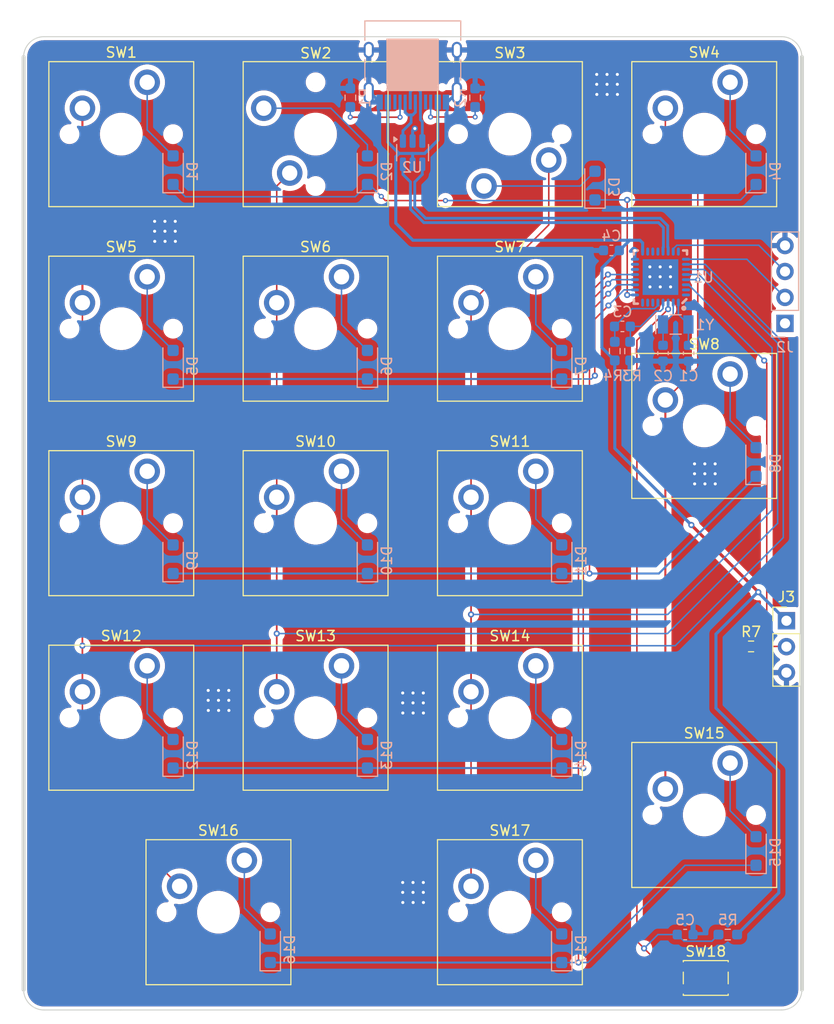
<source format=kicad_pcb>
(kicad_pcb (version 20240108) (generator "pcbnew") (generator_version "8.0")
  (layers (0 "F.Cu" signal) (31 "B.Cu" signal) (34 "B.Paste" user) (35 "F.Paste" user) (36 "B.SilkS" user "B.Silkscreen") (37 "F.SilkS" user "F.Silkscreen") (38 "B.Mask" user) (39 "F.Mask" user) (44 "Edge.Cuts" user))
  (net 0 "")
  (net 1 "COL0")
  (net 2 "COL1")
  (net 3 "COL2")
  (net 4 "COL3")
  (net 5 "ROW0")
  (net 6 "ROW1")
  (net 7 "ROW2")
  (net 8 "ROW3")
  (net 9 "ROW4")
  (net 10 "Net-(U1-VCCA)")
  (net 11 "Net-(U1-VSSA)")
  (net 12 "GND")
  (net 13 "Net-(U1-PC14-OSC32_IN)")
  (net 14 "Net-(U1-PC15-OSC32_OUT)")
  (net 15 "/NRST")
  (net 16 "/VCC")
  (net 17 "/SWCLK")
  (net 18 "/SWDIO")
  (net 19 "/DP")
  (net 20 "/DN")
  (net 21 "/BOOT0")
  (net 22 "/PB0")
  (net 32 "Net-(D1-A)")
  (net 33 "Net-(D2-A)")
  (net 34 "Net-(D3-A)")
  (net 35 "Net-(D4-A)")
  (net 36 "Net-(D5-A)")
  (net 37 "Net-(D6-A)")
  (net 38 "Net-(D7-A)")
  (net 39 "Net-(D8-A)")
  (net 40 "Net-(D9-A)")
  (net 41 "Net-(D10-A)")
  (net 42 "Net-(D11-A)")
  (net 43 "Net-(D12-A)")
  (net 44 "Net-(D13-A)")
  (net 45 "Net-(D14-A)")
  (net 46 "Net-(D15-A)")
  (net 47 "Net-(D16-A)")
  (net 48 "Net-(D17-A)")
  (net 49 "/D-")
  (net 50 "/D+")
  (net 51 "Net-(J1-CC2)")
  (net 52 "Net-(J1-CC1)")
  (net 56 "Net-(J3-Pin_2)")
  (footprint "PCM_Switch_Keyboard_Cherry_MX:SW_Cherry_MX_PCB_1.00u" (layer "F.Cu") (at 76.2 38.1 180)
    (property "Reference" "SW3")
    (property "Value" "SW_Push")
  )
  (footprint "PCM_Switch_Keyboard_Cherry_MX:SW_Cherry_MX_PCB_1.00u" (layer "F.Cu") (at 57.15 38.1 90)
    (property "Reference" "SW2")
    (property "Value" "SW_Push")
  )
  (footprint "PCM_Switch_Keyboard_Cherry_MX:SW_Cherry_MX_PCB_1.00u" (layer "F.Cu") (at 95.25 38.1)
    (property "Reference" "SW4")
    (property "Value" "SW_Push")
  )
  (footprint "PCM_Switch_Keyboard_Cherry_MX:SW_Cherry_MX_PCB_1.00u" (layer "F.Cu") (at 38.1 95.25)
    (property "Reference" "SW12")
    (property "Value" "SW_Push")
  )
  (footprint "PCM_Switch_Keyboard_Cherry_MX:SW_Cherry_MX_PCB_1.00u" (layer "F.Cu") (at 76.2 57.15)
    (property "Reference" "SW7")
    (property "Value" "SW_Push")
  )
  (footprint "PCM_Switch_Keyboard_Cherry_MX:SW_Cherry_MX_PCB_1.00u" (layer "F.Cu") (at 57.15 76.2)
    (property "Reference" "SW10")
    (property "Value" "SW_Push")
  )
  (footprint "PCM_Switch_Keyboard_Cherry_MX:SW_Cherry_MX_PCB_1.00u" (layer "F.Cu") (at 76.2 114.3)
    (property "Reference" "SW17")
    (property "Value" "SW_Push")
  )
  (footprint "PCM_Switch_Keyboard_Cherry_MX:SW_Cherry_MX_PCB_1.00u" (layer "F.Cu") (at 57.15 95.25)
    (property "Reference" "SW13")
    (property "Value" "SW_Push")
  )
  (footprint "Resistor_SMD:R_0603_1608Metric_Pad0.98x0.95mm_HandSolder" (layer "F.Cu") (at 99.8425 88.27)
    (property "Reference" "R7")
    (property "Value" "10K")
  )
  (footprint "PCM_Switch_Keyboard_Cherry_MX:SW_Cherry_MX_PCB_1.00u" (layer "F.Cu") (at 95.25 66.675)
    (property "Reference" "SW8")
    (property "Value" "SW_Push")
  )
  (footprint "Connector_PinHeader_2.54mm:PinHeader_1x03_P2.54mm_Vertical" (layer "F.Cu") (at 103.31 85.755)
    (property "Reference" "J3")
    (property "Value" "Conn_01x03")
  )
  (footprint "PCM_Switch_Keyboard_Cherry_MX:SW_Cherry_MX_PCB_1.00u" (layer "F.Cu") (at 57.15 57.15)
    (property "Reference" "SW6")
    (property "Value" "SW_Push")
  )
  (footprint "Button_Switch_SMD:SW_SPST_PTS810" (layer "F.Cu") (at 95.4 120.74)
    (property "Reference" "SW18")
    (property "Value" "SW_Push")
  )
  (footprint "PCM_Switch_Keyboard_Cherry_MX:SW_Cherry_MX_PCB_1.00u" (layer "F.Cu") (at 38.1 57.15)
    (property "Reference" "SW5")
    (property "Value" "SW_Push")
  )
  (footprint "PCM_Switch_Keyboard_Cherry_MX:SW_Cherry_MX_PCB_1.00u" (layer "F.Cu") (at 38.1 76.2)
    (property "Reference" "SW9")
    (property "Value" "SW_Push")
  )
  (footprint "PCM_Switch_Keyboard_Cherry_MX:SW_Cherry_MX_PCB_1.00u" (layer "F.Cu") (at 76.2 76.2)
    (property "Reference" "SW11")
    (property "Value" "SW_Push")
  )
  (footprint "PCM_Switch_Keyboard_Cherry_MX:SW_Cherry_MX_PCB_1.00u" (layer "F.Cu") (at 38.1 38.1)
    (property "Reference" "SW1")
    (property "Value" "SW_Push")
  )
  (footprint "PCM_Switch_Keyboard_Cherry_MX:SW_Cherry_MX_PCB_1.00u" (layer "F.Cu") (at 47.625 114.3)
    (property "Reference" "SW16")
    (property "Value" "SW_Push")
  )
  (footprint "PCM_Switch_Keyboard_Cherry_MX:SW_Cherry_MX_PCB_1.00u" (layer "F.Cu") (at 95.25 104.775)
    (property "Reference" "SW15")
    (property "Value" "SW_Push")
  )
  (footprint "PCM_Switch_Keyboard_Cherry_MX:SW_Cherry_MX_PCB_1.00u" (layer "F.Cu") (at 76.2 95.25)
    (property "Reference" "SW14")
    (property "Value" "SW_Push")
  )
  (footprint "Connector_PinHeader_2.54mm:PinHeader_1x04_P2.54mm_Vertical" (layer "B.Cu") (at 103.17 56.63)
    (property "Reference" "J2")
    (property "Value" "Conn_01x04")
  )
  (footprint "Crystal:Crystal_SMD_EuroQuartz_EQ161-2Pin_3.2x1.5mm" (layer "B.Cu") (at 92.45 56.74)
    (property "Reference" "Y1")
    (property "Value" "32768")
  )
  (footprint "PY32F071K1BU:QFN-32_L5.0-W5.0-P0.50-TL-EP3.5" (layer "B.Cu") (at 90.96 52.1 90)
    (property "Reference" "U1")
    (property "Value" "~")
  )
  (footprint "Diode_SMD:D_SOD-123F" (layer "B.Cu") (at 62.23 79.73 90)
    (property "Reference" "D10")
    (property "Value" "D")
  )
  (footprint "Resistor_SMD:R_0603_1608Metric_Pad0.98x0.95mm_HandSolder" (layer "B.Cu") (at 97.56 116.49 180)
    (property "Reference" "R5")
    (property "Value" "10K")
  )
  (footprint "Diode_SMD:D_SOD-123F" (layer "B.Cu") (at 81.28 117.83 90)
    (property "Reference" "D17")
    (property "Value" "D")
  )
  (footprint "Diode_SMD:D_SOD-123F" (layer "B.Cu") (at 43.18 98.78 90)
    (property "Reference" "D12")
    (property "Value" "D")
  )
  (footprint "Diode_SMD:D_SOD-123F" (layer "B.Cu") (at 62.23 98.78 90)
    (property "Reference" "D13")
    (property "Value" "D")
  )
  (footprint "Capacitor_SMD:C_0603_1608Metric" (layer "B.Cu") (at 93.38 116.49 180)
    (property "Reference" "C5")
    (property "Value" "100nf")
  )
  (footprint "Diode_SMD:D_SOD-123F" (layer "B.Cu") (at 62.23 41.63 90)
    (property "Reference" "D2")
    (property "Value" "D" (hide yes))
  )
  (footprint "Resistor_SMD:R_0603_1608Metric_Pad0.98x0.95mm_HandSolder" (layer "B.Cu") (at 86.48 59.35 -90)
    (property "Reference" "R4")
    (property "Value" "0R")
  )
  (footprint "Package_TO_SOT_SMD:SOT-23-6" (layer "B.Cu") (at 66.66 39.9125 -90)
    (property "Reference" "U2")
    (property "Value" "USBLC6-2SC6")
  )
  (footprint "Diode_SMD:D_SOD-123F" (layer "B.Cu") (at 81.28 98.78 90)
    (property "Reference" "D14")
    (property "Value" "D")
  )
  (footprint "Capacitor_SMD:C_0603_1608Metric" (layer "B.Cu") (at 87.23 56.93 180)
    (property "Reference" "C3")
    (property "Value" "100nf")
  )
  (footprint "Diode_SMD:D_SOD-123F" (layer "B.Cu") (at 62.23 60.68 90)
    (property "Reference" "D6")
    (property "Value" "D" (hide yes))
  )
  (footprint "Diode_SMD:D_SOD-123F" (layer "B.Cu") (at 43.18 79.73 90)
    (property "Reference" "D9")
    (property "Value" "D")
  )
  (footprint "Resistor_SMD:R_0603_1608Metric_Pad0.98x0.95mm_HandSolder" (layer "B.Cu") (at 60.56 34.53 90)
    (property "Reference" "R1")
    (property "Value" "5.1K")
  )
  (footprint "Diode_SMD:D_SOD-123F" (layer "B.Cu") (at 52.705 117.83 90)
    (property "Reference" "D16")
    (property "Value" "D")
  )
  (footprint "Resistor_SMD:R_0603_1608Metric_Pad0.98x0.95mm_HandSolder" (layer "B.Cu") (at 72.79 34.53 -90)
    (property "Reference" "R2")
    (property "Value" "5.1K")
  )
  (footprint "Capacitor_SMD:C_0603_1608Metric" (layer "B.Cu") (at 91.21 59.555 90)
    (property "Reference" "C2")
    (property "Value" "22pf")
  )
  (footprint "Diode_SMD:D_SOD-123F" (layer "B.Cu") (at 84.54 43.1375 90)
    (property "Reference" "D3")
    (property "Value" "D" (hide yes))
  )
  (footprint "Connector_USB:USB_C_Receptacle_HRO_TYPE-C-31-M-12" (layer "B.Cu") (at 66.68 30.91)
    (property "Reference" "J1" (hide yes))
    (property "Value" "USB_C_Receptacle_USB2.0_16P")
  )
  (footprint "Diode_SMD:D_SOD-123F" (layer "B.Cu") (at 100.33 41.63 90)
    (property "Reference" "D4")
    (property "Value" "D" (hide yes))
  )
  (footprint "Diode_SMD:D_SOD-123F" (layer "B.Cu") (at 100.33 108.305 90)
    (property "Reference" "D15")
    (property "Value" "D")
  )
  (footprint "Diode_SMD:D_SOD-123F" (layer "B.Cu") (at 100.33 70.205 90)
    (property "Reference" "D8")
    (property "Value" "D")
  )
  (footprint "Diode_SMD:D_SOD-123F" (layer "B.Cu") (at 43.18 41.63 90)
    (property "Reference" "D1")
    (property "Value" "D" (hide yes))
  )
  (footprint "Resistor_SMD:R_0603_1608Metric_Pad0.98x0.95mm_HandSolder" (layer "B.Cu") (at 87.98 59.35 -90)
    (property "Reference" "R3")
    (property "Value" "0R")
  )
  (footprint "Capacitor_SMD:C_0603_1608Metric" (layer "B.Cu") (at 93.72 59.56 90)
    (property "Reference" "C1")
    (property "Value" "22pf")
  )
  (footprint "Diode_SMD:D_SOD-123F" (layer "B.Cu") (at 43.18 60.68 90)
    (property "Reference" "D5")
    (property "Value" "D" (hide yes))
  )
  (footprint "Diode_SMD:D_SOD-123F" (layer "B.Cu") (at 81.28 79.73 90)
    (property "Reference" "D11")
    (property "Value" "D")
  )
  (footprint "Diode_SMD:D_SOD-123F" (layer "B.Cu") (at 81.28 60.68 90)
    (property "Reference" "D7")
    (property "Value" "D")
  )
  (footprint "Capacitor_SMD:C_0603_1608Metric" (layer "B.Cu") (at 86.15 49.49 180)
    (property "Reference" "C4")
    (property "Value" "100nf")
  )
  (gr_rect (start 64.16 28.81) (end 69.16 33.81) (stroke (width 0.15)) (fill solid) (layer "B.SilkS"))
  (gr_arc (start 28.525 30.554289) (mid 29.11079 29.140083) (end 30.525 28.554289) (stroke (width 0.1)) (layer "Edge.Cuts"))
  (gr_line (start 102.825 28.554289) (end 30.525 28.554289) (stroke (width 0.1)) (layer "Edge.Cuts"))
  (gr_line (start 102.825 123.875) (end 38.079289 123.875) (stroke (width 0.1)) (layer "Edge.Cuts"))
  (gr_line (start 38.079289 123.875) (end 30.525 123.875) (stroke (width 0.1)) (layer "Edge.Cuts"))
  (gr_line (start 104.825 30.554289) (end 104.825 121.875) (stroke (width 0.4)) (layer "Edge.Cuts"))
  (gr_line (start 28.525 121.875) (end 28.525 30.554289) (stroke (width 0.4)) (layer "Edge.Cuts"))
  (gr_arc (start 30.525 123.875) (mid 29.110786 123.289214) (end 28.525 121.875) (stroke (width 0.1)) (layer "Edge.Cuts"))
  (gr_arc (start 104.825 121.875) (mid 104.239214 123.289214) (end 102.825 123.875) (stroke (width 0.1)) (layer "Edge.Cuts"))
  (gr_arc (start 102.825 28.554289) (mid 104.239214 29.140075) (end 104.825 30.554289) (stroke (width 0.1)) (layer "Edge.Cuts"))
  (segment (start 34.29 54.61) (end 34.29 73.66) (width 0.15) (layer "F.Cu") (net 1))
  (segment (start 34.29 92.71) (end 34.29 102.235) (width 0.15) (layer "F.Cu") (net 1))
  (segment (start 34.29 73.66) (end 34.29 88.2) (width 0.15) (layer "F.Cu") (net 1))
  (segment (start 34.29 35.56) (end 34.29 54.61) (width 0.15) (layer "F.Cu") (net 1))
  (segment (start 34.29 102.235) (end 43.815 111.76) (width 0.15) (layer "F.Cu") (net 1))
  (segment (start 34.29 88.2) (end 34.29 92.71) (width 0.15) (layer "F.Cu") (net 1))
  (segment (start 34.29 73.66) (end 34.29 92.71) (width 0.15) (layer "F.Cu") (net 1))
  (segment (start 34.29 35.56) (end 34.29 54.61) (width 0.2) (layer "F.Cu") (net 1))
  (via (at 34.29 88.2) (size 0.6) (drill 0.3) (layers "F.Cu" "B.Cu") (net 1))
  (segment (start 92.41 88.2) (end 34.29 88.2) (width 0.15) (layer "B.Cu") (net 1))
  (segment (start 93.46 50.85) (end 95.34 50.85) (width 0.15) (layer "B.Cu") (net 1))
  (segment (start 95.34 50.85) (end 103 58.51) (width 0.15) (layer "B.Cu") (net 1))
  (segment (start 103 58.51) (end 103 77.61) (width 0.15) (layer "B.Cu") (net 1))
  (segment (start 103 77.61) (end 92.41 88.2) (width 0.15) (layer "B.Cu") (net 1))
  (segment (start 53.34 54.61) (end 53.34 73.66) (width 0.15) (layer "F.Cu") (net 2))
  (segment (start 53.34 87.01) (end 53.34 92.71) (width 0.15) (layer "F.Cu") (net 2))
  (segment (start 53.34 43.18) (end 54.61 41.91) (width 0.15) (layer "F.Cu") (net 2))
  (segment (start 53.34 54.61) (end 53.34 43.18) (width 0.15) (layer "F.Cu") (net 2))
  (segment (start 53.34 73.66) (end 53.34 87.01) (width 0.15) (layer "F.Cu") (net 2))
  (segment (start 53.34 73.66) (end 53.34 92.71) (width 0.15) (layer "F.Cu") (net 2))
  (via (at 53.34 87.01) (size 0.6) (drill 0.3) (layers "F.Cu" "B.Cu") (net 2))
  (segment (start 93.46 51.35) (end 95.24 51.35) (width 0.15) (layer "B.Cu") (net 2))
  (segment (start 102.45 58.56) (end 102.45 76.21) (width 0.15) (layer "B.Cu") (net 2))
  (segment (start 95.24 51.35) (end 102.45 58.56) (width 0.15) (layer "B.Cu") (net 2))
  (segment (start 102.45 76.21) (end 91.65 87.01) (width 0.15) (layer "B.Cu") (net 2))
  (segment (start 91.65 87.01) (end 53.34 87.01) (width 0.15) (layer "B.Cu") (net 2))
  (segment (start 72.39 73.66) (end 72.39 85.14) (width 0.15) (layer "F.Cu") (net 3))
  (segment (start 72.39 73.66) (end 72.39 92.71) (width 0.15) (layer "F.Cu") (net 3))
  (segment (start 80.01 46.99) (end 72.39 54.61) (width 0.15) (layer "F.Cu") (net 3))
  (segment (start 72.39 54.61) (end 72.39 73.66) (width 0.15) (layer "F.Cu") (net 3))
  (segment (start 72.39 85.14) (end 72.39 92.71) (width 0.15) (layer "F.Cu") (net 3))
  (segment (start 80.01 40.64) (end 80.01 46.99) (width 0.15) (layer "F.Cu") (net 3))
  (segment (start 72.39 92.71) (end 72.39 111.76) (width 0.15) (layer "F.Cu") (net 3))
  (via (at 72.39 85.14) (size 0.6) (drill 0.3) (layers "F.Cu" "B.Cu") (net 3))
  (segment (start 101.9 74.91) (end 91.67 85.14) (width 0.15) (layer "B.Cu") (net 3))
  (segment (start 93.46 51.85) (end 94.721041 51.85) (width 0.15) (layer "B.Cu") (net 3))
  (segment (start 101.9 59.028959) (end 101.9 74.91) (width 0.15) (layer "B.Cu") (net 3))
  (segment (start 91.67 85.14) (end 72.39 85.14) (width 0.15) (layer "B.Cu") (net 3))
  (segment (start 94.721041 51.85) (end 101.9 59.028959) (width 0.15) (layer "B.Cu") (net 3))
  (segment (start 94.62 52.35) (end 94.62 60.955) (width 0.15) (layer "F.Cu") (net 4))
  (segment (start 94.62 60.955) (end 91.44 64.135) (width 0.15) (layer "F.Cu") (net 4))
  (segment (start 94.62 42.12) (end 91.44 38.94) (width 0.15) (layer "F.Cu") (net 4))
  (segment (start 91.44 38.94) (end 91.44 35.56) (width 0.15) (layer "F.Cu") (net 4))
  (segment (start 91.44 64.135) (end 91.44 102.235) (width 0.2) (layer "F.Cu") (net 4))
  (segment (start 91.44 64.135) (end 91.44 102.235) (width 0.15) (layer "F.Cu") (net 4))
  (segment (start 94.62 52.35) (end 94.62 42.12) (width 0.15) (layer "F.Cu") (net 4))
  (via (at 94.62 52.35) (size 0.5) (drill 0.25) (layers "F.Cu" "B.Cu") (net 4))
  (segment (start 93.46 52.35) (end 94.62 52.35) (width 0.15) (layer "B.Cu") (net 4))
  (segment (start 87.7 44.5475) (end 87.69 44.5375) (width 0.15) (layer "F.Cu") (net 5))
  (segment (start 69.88 44.605) (end 63.995 44.605) (width 0.15) (layer "F.Cu") (net 5))
  (segment (start 87.7 53.85) (end 87.7 44.5475) (width 0.15) (layer "F.Cu") (net 5))
  (segment (start 63.995 44.605) (end 63.59 44.2) (width 0.15) (layer "F.Cu") (net 5))
  (via (at 87.7 53.85) (size 0.6) (drill 0.3) (layers "F.Cu" "B.Cu") (net 5))
  (via (at 69.88 44.605) (size 0.5) (drill 0.25) (layers "F.Cu" "B.Cu") (net 5))
  (via (at 63.59 44.2) (size 0.5) (drill 0.25) (layers "F.Cu" "B.Cu") (net 5))
  (via (at 87.69 44.5375) (size 0.6) (drill 0.3) (layers "F.Cu" "B.Cu") (net 5))
  (segment (start 62.42 43.03) (end 63.59 44.2) (width 0.15) (layer "B.Cu") (net 5))
  (segment (start 98.8225 44.5375) (end 100.33 43.03) (width 0.15) (layer "B.Cu") (net 5))
  (segment (start 61.03 44.23) (end 62.23 43.03) (width 0.15) (layer "B.Cu") (net 5))
  (segment (start 43.18 43.03) (end 44.38 44.23) (width 0.15) (layer "B.Cu") (net 5))
  (segment (start 62.23 43.03) (end 62.42 43.03) (width 0.15) (layer "B.Cu") (net 5))
  (segment (start 88.46 53.85) (end 87.7 53.85) (width 0.15) (layer "B.Cu") (net 5))
  (segment (start 84.4725 44.605) (end 84.54 44.5375) (width 0.15) (layer "B.Cu") (net 5))
  (segment (start 44.38 44.23) (end 61.03 44.23) (width 0.15) (layer "B.Cu") (net 5))
  (segment (start 84.54 44.5375) (end 87.69 44.5375) (width 0.15) (layer "B.Cu") (net 5))
  (segment (start 69.88 44.605) (end 84.4725 44.605) (width 0.15) (layer "B.Cu") (net 5))
  (segment (start 87.69 44.5375) (end 98.8225 44.5375) (width 0.15) (layer "B.Cu") (net 5))
  (segment (start 84.52 61.74) (end 84.52 56.22) (width 0.15) (layer "F.Cu") (net 6))
  (segment (start 84.52 56.22) (end 85.86 54.88) (width 0.15) (layer "F.Cu") (net 6))
  (segment (start 84.53 61.75) (end 84.52 61.74) (width 0.15) (layer "F.Cu") (net 6))
  (via (at 84.53 61.75) (size 0.6) (drill 0.3) (layers "F.Cu" "B.Cu") (net 6))
  (via (at 85.86 54.88) (size 0.6) (drill 0.3) (layers "F.Cu" "B.Cu") (net 6))
  (segment (start 84.19 62.08) (end 81.28 62.08) (width 0.15) (layer "B.Cu") (net 6))
  (segment (start 62.23 62.08) (end 81.28 62.08) (width 0.15) (layer "B.Cu") (net 6))
  (segment (start 88.46 53.35) (end 87.39 53.35) (width 0.15) (layer "B.Cu") (net 6))
  (segment (start 43.18 62.08) (end 62.23 62.08) (width 0.2) (layer "B.Cu") (net 6))
  (segment (start 43.18 62.08) (end 62.23 62.08) (width 0.15) (layer "B.Cu") (net 6))
  (segment (start 87.39 53.35) (end 85.86 54.88) (width 0.15) (layer "B.Cu") (net 6))
  (segment (start 62.23 62.08) (end 81.28 62.08) (width 0.2) (layer "B.Cu") (net 6))
  (segment (start 84.53 61.75) (end 84.52 61.75) (width 0.15) (layer "B.Cu") (net 6))
  (segment (start 84.52 61.75) (end 84.19 62.08) (width 0.15) (layer "B.Cu") (net 6))
  (segment (start 84 55.57) (end 84 81.13) (width 0.15) (layer "F.Cu") (net 7))
  (segment (start 85.84 53.73) (end 84 55.57) (width 0.15) (layer "F.Cu") (net 7))
  (via (at 85.84 53.73) (size 0.6) (drill 0.3) (layers "F.Cu" "B.Cu") (net 7))
  (via (at 84 81.13) (size 0.6) (drill 0.3) (layers "F.Cu" "B.Cu") (net 7))
  (segment (start 90.805 81.13) (end 100.33 71.605) (width 0.15) (layer "B.Cu") (net 7))
  (segment (start 90.805 81.13) (end 100.33 71.605) (width 0.2) (layer "B.Cu") (net 7))
  (segment (start 43.18 81.13) (end 62.23 81.13) (width 0.2) (layer "B.Cu") (net 7))
  (segment (start 43.18 81.13) (end 62.23 81.13) (width 0.15) (layer "B.Cu") (net 7))
  (segment (start 81.28 81.13) (end 90.805 81.13) (width 0.15) (layer "B.Cu") (net 7))
  (segment (start 62.23 81.13) (end 81.28 81.13) (width 0.15) (layer "B.Cu") (net 7))
  (segment (start 86.72 52.85) (end 85.84 53.73) (width 0.15) (layer "B.Cu") (net 7))
  (segment (start 62.23 81.13) (end 81.28 81.13) (width 0.2) (layer "B.Cu") (net 7))
  (segment (start 81.28 81.13) (end 84 81.13) (width 0.15) (layer "B.Cu") (net 7))
  (segment (start 88.46 52.85) (end 86.72 52.85) (width 0.15) (layer "B.Cu") (net 7))
  (segment (start 81.28 81.13) (end 90.805 81.13) (width 0.2) (layer "B.Cu") (net 7))
  (segment (start 84 81.13) (end 90.805 81.13) (width 0.15) (layer "B.Cu") (net 7))
  (segment (start 83.39 100.185) (end 83.395 100.19) (width 0.15) (layer "F.Cu") (net 8))
  (segment (start 85.83 52.75) (end 85.82 52.75) (width 0.15) (layer "F.Cu") (net 8))
  (segment (start 83.39 55.18) (end 83.39 100.185) (width 0.15) (layer "F.Cu") (net 8))
  (segment (start 85.82 52.75) (end 83.39 55.18) (width 0.15) (layer "F.Cu") (net 8))
  (via (at 83.395 100.19) (size 0.6) (drill 0.3) (layers "F.Cu" "B.Cu") (net 8))
  (via (at 85.83 52.75) (size 0.6) (drill 0.3) (layers "F.Cu" "B.Cu") (net 8))
  (segment (start 62.23 100.18) (end 81.28 100.18) (width 0.15) (layer "B.Cu") (net 8))
  (segment (start 83.395 100.19) (end 83.385 100.18) (width 0.15) (layer "B.Cu") (net 8))
  (segment (start 62.23 100.18) (end 81.28 100.18) (width 0.2) (layer "B.Cu") (net 8))
  (segment (start 43.18 100.18) (end 62.23 100.18) (width 0.2) (layer "B.Cu") (net 8))
  (segment (start 88.46 52.35) (end 86.23 52.35) (width 0.15) (layer "B.Cu") (net 8))
  (segment (start 83.385 100.18) (end 81.28 100.18) (width 0.15) (layer "B.Cu") (net 8))
  (segment (start 86.23 52.35) (end 85.83 52.75) (width 0.15) (layer "B.Cu") (net 8))
  (segment (start 43.18 100.18) (end 62.23 100.18) (width 0.15) (layer "B.Cu") (net 8))
  (segment (start 82.92 54.74) (end 85.81 51.85) (width 0.15) (layer "F.Cu") (net 9))
  (segment (start 82.92 119.23) (end 82.92 54.74) (width 0.15) (layer "F.Cu") (net 9))
  (via (at 82.92 119.23) (size 0.6) (drill 0.3) (layers "F.Cu" "B.Cu") (net 9))
  (via (at 85.81 51.85) (size 0.6) (drill 0.3) (layers "F.Cu" "B.Cu") (net 9))
  (segment (start 93.375 109.705) (end 100.33 109.705) (width 0.15) (layer "B.Cu") (net 9))
  (segment (start 82.92 119.23) (end 83.85 119.23) (width 0.15) (layer "B.Cu") (net 9))
  (segment (start 52.705 119.23) (end 81.28 119.23) (width 0.2) (layer "B.Cu") (net 9))
  (segment (start 83.85 119.23) (end 93.375 109.705) (width 0.15) (layer "B.Cu") (net 9))
  (segment (start 81.28 119.23) (end 82.92 119.23) (width 0.15) (layer "B.Cu") (net 9))
  (segment (start 52.705 119.23) (end 81.28 119.23) (width 0.15) (layer "B.Cu") (net 9))
  (segment (start 88.46 51.85) (end 85.81 51.85) (width 0.15) (layer "B.Cu") (net 9))
  (segment (start 86.48 56.955) (end 86.455 56.93) (width 0.15) (layer "B.Cu") (net 10))
  (segment (start 86.48 58.4375) (end 86.48 56.955) (width 0.15) (layer "B.Cu") (net 10))
  (segment (start 90.71 54.87) (end 90.39 55.19) (width 0.15) (layer "B.Cu") (net 10))
  (segment (start 90.39 55.19) (end 88.195 55.19) (width 0.15) (layer "B.Cu") (net 10))
  (segment (start 88.195 55.19) (end 86.455 56.93) (width 0.15) (layer "B.Cu") (net 10))
  (segment (start 90.71 54.6) (end 90.71 54.87) (width 0.15) (layer "B.Cu") (net 10))
  (segment (start 89.003554 56.93) (end 90.493554 55.44) (width 0.15) (layer "B.Cu") (net 11))
  (segment (start 88.005 56.93) (end 88.005 58.4125) (width 0.15) (layer "B.Cu") (net 11))
  (segment (start 88.005 58.4125) (end 87.98 58.4375) (width 0.15) (layer "B.Cu") (net 11))
  (segment (start 90.493554 55.44) (end 90.96 55.44) (width 0.15) (layer "B.Cu") (net 11))
  (segment (start 91.21 55.19) (end 90.96 55.44) (width 0.15) (layer "B.Cu") (net 11))
  (segment (start 91.21 54.6) (end 91.21 55.19) (width 0.15) (layer "B.Cu") (net 11))
  (segment (start 88.005 56.93) (end 89.003554 56.93) (width 0.15) (layer "B.Cu") (net 11))
  (via (at 65.69 92.83) (size 0.6) (drill 0.3) (layers "F.Cu" "B.Cu") (net 12))
  (via (at 86.74 34.21) (size 0.6) (drill 0.3) (layers "F.Cu" "B.Cu") (net 12))
  (via (at 66.7 92.83) (size 0.6) (drill 0.3) (layers "F.Cu" "B.Cu") (net 12))
  (via (at 89.92 52.07) (size 0.6) (drill 0.3) (layers "F.Cu" "B.Cu") (net 12))
  (via (at 91.95 53.06) (size 0.6) (drill 0.3) (layers "F.Cu" "B.Cu") (net 12))
  (via (at 86.73 33.22) (size 0.6) (drill 0.3) (layers "F.Cu" "B.Cu") (net 12))
  (via (at 46.62 93.55) (size 0.6) (drill 0.3) (layers "F.Cu" "B.Cu") (net 12))
  (via (at 47.63 92.58) (size 0.6) (drill 0.3) (layers "F.Cu" "B.Cu") (net 12))
  (via (at 94.3 71.36) (size 0.6) (drill 0.3) (layers "F.Cu" "B.Cu") (net 12))
  (via (at 42.39 48.6) (size 0.6) (drill 0.3) (layers "F.Cu" "B.Cu") (net 12))
  (via (at 66.71 94.79) (size 0.6) (drill 0.3) (layers "F.Cu" "B.Cu") (net 12))
  (via (at 48.64 92.58) (size 0.6) (drill 0.3) (layers "F.Cu" "B.Cu") (net 12))
  (via (at 42.38 46.64) (size 0.6) (drill 0.3) (layers "F.Cu" "B.Cu") (net 12))
  (via (at 88.46 49.5) (size 0.6) (drill 0.3) (layers "F.Cu" "B.Cu") (net 12))
  (via (at 67.71 93.8) (size 0.6) (drill 0.3) (layers "F.Cu" "B.Cu") (net 12))
  (via (at 94.3 70.39) (size 0.6) (drill 0.3) (layers "F.Cu" "B.Cu") (net 12))
  (via (at 43.4 48.6) (size 0.6) (drill 0.3) (layers "F.Cu" "B.Cu") (net 12))
  (via (at 96.33 72.35) (size 0.6) (drill 0.3) (layers "F.Cu" "B.Cu") (net 12))
  (via (at 43.39 46.64) (size 0.6) (drill 0.3) (layers "F.Cu" "B.Cu") (net 12))
  (via (at 86.73 32.25) (size 0.6) (drill 0.3) (layers "F.Cu" "B.Cu") (net 12))
  (via (at 84.71 33.22) (size 0.6) (drill 0.3) (layers "F.Cu" "B.Cu") (net 12))
  (via (at 67.72 113.35) (size 0.6) (drill 0.3) (layers "F.Cu" "B.Cu") (net 12))
  (via (at 84.71 32.25) (size 0.6) (drill 0.3) (layers "F.Cu" "B.Cu") (net 12))
  (via (at 65.7 113.35) (size 0.6) (drill 0.3) (layers "F.Cu" "B.Cu") (net 12))
  (via (at 47.64 94.54) (size 0.6) (drill 0.3) (layers "F.Cu" "B.Cu") (net 12))
  (via (at 65.69 93.8) (size 0.6) (drill 0.3) (layers "F.Cu" "B.Cu") (net 12))
  (via (at 41.37 46.64) (size 0.6) (drill 0.3) (layers "F.Cu" "B.Cu") (net 12))
  (via (at 85.72 33.22) (size 0.6) (drill 0.3) (layers "F.Cu" "B.Cu") (net 12))
  (via (at 48.65 94.54) (size 0.6) (drill 0.3) (layers "F.Cu" "B.Cu") (net 12))
  (via (at 43.39 47.61) (size 0.6) (drill 0.3) (layers "F.Cu" "B.Cu") (net 12))
  (via (at 67.71 92.83) (size 0.6) (drill 0.3) (layers "F.Cu" "B.Cu") (net 12))
  (via (at 94.31 72.35) (size 0.6) (drill 0.3) (layers "F.Cu" "B.Cu") (net 12))
  (via (at 85.72 32.25) (size 0.6) (drill 0.3) (layers "F.Cu" "B.Cu") (net 12))
  (via (at 96.32 70.39) (size 0.6) (drill 0.3) (layers "F.Cu" "B.Cu") (net 12))
  (via (at 42.38 47.61) (size 0.6) (drill 0.3) (layers "F.Cu" "B.Cu") (net 12))
  (via (at 67.71 111.39) (size 0.6) (drill 0.3) (layers "F.Cu" "B.Cu") (net 12))
  (via (at 46.63 94.54) (size 0.6) (drill 0.3) (layers "F.Cu" "B.Cu") (net 12))
  (via (at 41.37 47.61) (size 0.6) (drill 0.3) (layers "F.Cu" "B.Cu") (net 12))
  (via (at 90.93 52.07) (size 0.6) (drill 0.3) (layers "F.Cu" "B.Cu") (net 12))
  (via (at 66.7 112.36) (size 0.6) (drill 0.3) (layers "F.Cu" "B.Cu") (net 12))
  (via (at 91.94 51.1) (size 0.6) (drill 0.3) (layers "F.Cu" "B.Cu") (net 12))
  (via (at 65.7 94.79) (size 0.6) (drill 0.3) (layers "F.Cu" "B.Cu") (net 12))
  (via (at 46.62 92.58) (size 0.6) (drill 0.3) (layers "F.Cu" "B.Cu") (net 12))
  (via (at 84.72 34.21) (size 0.6) (drill 0.3) (layers "F.Cu" "B.Cu") (net 12))
  (via (at 41.38 48.6) (size 0.6) (drill 0.3) (layers "F.Cu" "B.Cu") (net 12))
  (via (at 67.72 94.79) (size 0.6) (drill 0.3) (layers "F.Cu" "B.Cu") (net 12))
  (via (at 90.93 51.1) (size 0.6) (drill 0.3) (layers "F.Cu" "B.Cu") (net 12))
  (via (at 67.71 112.36) (size 0.6) (drill 0.3) (layers "F.Cu" "B.Cu") (net 12))
  (via (at 47.63 93.55) (size 0.6) (drill 0.3) (layers "F.Cu" "B.Cu") (net 12))
  (via (at 66.88 37.55) (size 0.6) (drill 0.3) (layers "F.Cu" "B.Cu") (net 12))
  (via (at 89.93 53.06) (size 0.6) (drill 0.3) (layers "F.Cu" "B.Cu") (net 12))
  (via (at 65.69 111.39) (size 0.6) (drill 0.3) (layers "F.Cu" "B.Cu") (net 12))
  (via (at 91.94 52.07) (size 0.6) (drill 0.3) (layers "F.Cu" "B.Cu") (net 12))
  (via (at 66.71 113.35) (size 0.6) (drill 0.3) (layers "F.Cu" "B.Cu") (net 12))
  (via (at 96.32 71.36) (size 0.6) (drill 0.3) (layers "F.Cu" "B.Cu") (net 12))
  (via (at 85.73 34.21) (size 0.6) (drill 0.3) (layers "F.Cu" "B.Cu") (net 12))
  (via (at 66.7 111.39) (size 0.6) (drill 0.3) (layers "F.Cu" "B.Cu") (net 12))
  (via (at 95.31 71.36) (size 0.6) (drill 0.3) (layers "F.Cu" "B.Cu") (net 12))
  (via (at 48.64 93.55) (size 0.6) (drill 0.3) (layers "F.Cu" "B.Cu") (net 12))
  (via (at 90.94 53.06) (size 0.6) (drill 0.3) (layers "F.Cu" "B.Cu") (net 12))
  (via (at 65.69 112.36) (size 0.6) (drill 0.3) (layers "F.Cu" "B.Cu") (net 12))
  (via (at 95.32 72.35) (size 0.6) (drill 0.3) (layers "F.Cu" "B.Cu") (net 12))
  (via (at 95.31 70.39) (size 0.6) (drill 0.3) (layers "F.Cu" "B.Cu") (net 12))
  (via (at 66.7 93.8) (size 0.6) (drill 0.3) (layers "F.Cu" "B.Cu") (net 12))
  (via (at 89.92 51.1) (size 0.6) (drill 0.3) (layers "F.Cu" "B.Cu") (net 12))
  (segment (start 88.46 50.35) (end 88.46 49.5) (width 0.3) (layer "B.Cu") (net 12))
  (segment (start 62.36 34.04) (end 62.515 34.04) (width 0.3) (layer "B.Cu") (net 12))
  (segment (start 69.93 34.955) (end 70.085 34.955) (width 0.3) (layer "B.Cu") (net 12))
  (segment (start 66.66 37.77) (end 66.88 37.55) (width 0.3) (layer "B.Cu") (net 12))
  (segment (start 62.515 34.04) (end 63.43 34.955) (width 0.3) (layer "B.Cu") (net 12))
  (segment (start 66.66 38.775) (end 66.66 37.77) (width 0.3) (layer "B.Cu") (net 12))
  (segment (start 70.085 34.955) (end 71 34.04) (width 0.3) (layer "B.Cu") (net 12))
  (segment (start 93.7 56.74) (end 93.7 58.765) (width 0.15) (layer "B.Cu") (net 13))
  (segment (start 93.7 58.765) (end 93.72 58.785) (width 0.15) (layer "B.Cu") (net 13))
  (segment (start 92.71 55.75) (end 93.7 56.74) (width 0.15) (layer "B.Cu") (net 13))
  (segment (start 92.71 54.6) (end 92.71 55.75) (width 0.15) (layer "B.Cu") (net 13))
  (segment (start 92.21 55.73) (end 91.2 56.74) (width 0.15) (layer "B.Cu") (net 14))
  (segment (start 92.21 54.6) (end 92.21 55.73) (width 0.15) (layer "B.Cu") (net 14))
  (segment (start 91.21 56.75) (end 91.2 56.74) (width 0.15) (layer "B.Cu") (net 14))
  (segment (start 91.21 58.78) (end 91.21 56.75) (width 0.15) (layer "B.Cu") (net 14))
  (segment (start 93.325 121.815) (end 97.475 121.815) (width 0.15) (layer "F.Cu") (net 15))
  (segment (start 88.65 117.14) (end 89.355 117.845) (width 0.15) (layer "F.Cu") (net 15))
  (segment (start 88.65 58.3) (end 88.65 117.14) (width 0.15) (layer "F.Cu") (net 15))
  (segment (start 89.355 117.845) (end 93.325 121.815) (width 0.15) (layer "F.Cu") (net 15))
  (segment (start 91.71 55.24) (end 88.65 58.3) (width 0.15) (layer "F.Cu") (net 15))
  (via (at 89.355 117.845) (size 0.6) (drill 0.3) (layers "F.Cu" "B.Cu") (net 15))
  (via (at 91.71 55.24) (size 0.6) (drill 0.3) (layers "F.Cu" "B.Cu") (net 15))
  (segment (start 93.255 117.14) (end 95.9975 117.14) (width 0.15) (layer "B.Cu") (net 15))
  (segment (start 90.71 116.49) (end 89.355 117.845) (width 0.15) (layer "B.Cu") (net 15))
  (segment (start 91.71 54.6) (end 91.71 55.24) (width 0.15) (layer "B.Cu") (net 15))
  (segment (start 95.9975 117.14) (end 96.6475 116.49) (width 0.15) (layer "B.Cu") (net 15))
  (segment (start 92.605 116.49) (end 90.71 116.49) (width 0.15) (layer "B.Cu") (net 15))
  (segment (start 92.605 116.49) (end 93.255 117.14) (width 0.15) (layer "B.Cu") (net 15))
  (segment (start 93.99 76.38) (end 100.55 82.94) (width 0.3) (layer "F.Cu") (net 16))
  (segment (start 100.55 82.94) (end 100.55 82.96) (width 0.3) (layer "F.Cu") (net 16))
  (via (at 100.55 82.96) (size 0.6) (drill 0.3) (layers "F.Cu" "B.Cu") (net 16))
  (via (at 93.99 76.38) (size 0.6) (drill 0.3) (layers "F.Cu" "B.Cu") (net 16))
  (segment (start 86.925 49.49) (end 86.95 49.49) (width 0.3) (layer "B.Cu") (net 16))
  (segment (start 85.22 59.0025) (end 85.22 51.195) (width 0.3) (layer "B.Cu") (net 16))
  (segment (start 67.841974 39.9875) (end 65.328026 39.9875) (width 0.3) (layer "B.Cu") (net 16))
  (segment (start 64.23 34.955) (end 64.23 38.889474) (width 0.3) (layer "B.Cu") (net 16))
  (segment (start 100.55 82.96) (end 100.55 82.995) (width 0.3) (layer "B.Cu") (net 16))
  (segment (start 88.95 48.49) (end 87.95 48.49) (width 0.3) (layer "B.Cu") (net 16))
  (segment (start 86.95 49.49) (end 87.95 48.49) (width 0.3) (layer "B.Cu") (net 16))
  (segment (start 66.69 48.49) (end 65.01 46.81) (width 0.3) (layer "B.Cu") (net 16))
  (segment (start 100.55 82.96) (end 100.5 82.96) (width 0.3) (layer "B.Cu") (net 16))
  (segment (start 86.48 68.87) (end 93.99 76.38) (width 0.3) (layer "B.Cu") (net 16))
  (segment (start 100.55 82.995) (end 103.31 85.755) (width 0.3) (layer "B.Cu") (net 16))
  (segment (start 89.21 49.6) (end 89.21 48.75) (width 0.3) (layer "B.Cu") (net 16))
  (segment (start 66.66 41.05) (end 66.66 39.9875) (width 0.3) (layer "B.Cu") (net 16))
  (segment (start 87.95 48.49) (end 66.69 48.49) (width 0.3) (layer "B.Cu") (net 16))
  (segment (start 102.56 100.47) (end 102.56 112.4025) (width 0.3) (layer "B.Cu") (net 16))
  (segment (start 96.4 87.06) (end 96.4 94.31) (width 0.3) (layer "B.Cu") (net 16))
  (segment (start 64.23 38.889474) (end 65.328026 39.9875) (width 0.3) (layer "B.Cu") (net 16))
  (segment (start 96.4 94.31) (end 102.56 100.47) (width 0.3) (layer "B.Cu") (net 16))
  (segment (start 85.22 51.195) (end 86.925 49.49) (width 0.3) (layer "B.Cu") (net 16))
  (segment (start 69.13 38.699474) (end 69.13 34.955) (width 0.3) (layer "B.Cu") (net 16))
  (segment (start 86.48 60.2625) (end 86.48 68.87) (width 0.3) (layer "B.Cu") (net 16))
  (segment (start 65.328026 39.9875) (end 65.01 40.305526) (width 0.3) (layer "B.Cu") (net 16))
  (segment (start 69.13 38.699474) (end 67.841974 39.9875) (width 0.3) (layer "B.Cu") (net 16))
  (segment (start 65.01 40.305526) (end 65.01 46.81) (width 0.3) (layer "B.Cu") (net 16))
  (segment (start 102.56 112.4025) (end 98.4725 116.49) (width 0.3) (layer "B.Cu") (net 16))
  (segment (start 89.21 48.75) (end 88.95 48.49) (width 0.3) (layer "B.Cu") (net 16))
  (segment (start 100.5 82.96) (end 96.4 87.06) (width 0.3) (layer "B.Cu") (net 16))
  (segment (start 86.48 60.2625) (end 85.22 59.0025) (width 0.3) (layer "B.Cu") (net 16))
  (segment (start 93.46 50.35) (end 99.43 50.35) (width 0.15) (layer "B.Cu") (net 17))
  (segment (start 99.43 50.35) (end 103.17 54.09) (width 0.15) (layer "B.Cu") (net 17))
  (segment (start 92.56 48.98) (end 100.6 48.98) (width 0.15) (layer "B.Cu") (net 18))
  (segment (start 92.21 49.33) (end 92.56 48.98) (width 0.15) (layer "B.Cu") (net 18))
  (segment (start 92.21 49.6) (end 92.21 49.33) (width 0.15) (layer "B.Cu") (net 18))
  (segment (start 100.6 48.98) (end 103.17 51.55) (width 0.15) (layer "B.Cu") (net 18))
  (segment (start 67.43 36.69) (end 67.43 34.955) (width 0.2789) (layer "B.Cu") (net 19))
  (segment (start 67.61 36.87) (end 67.43 36.69) (width 0.2789) (layer "B.Cu") (net 19))
  (segment (start 67.2289 33.75) (end 67.43 33.9511) (width 0.2789) (layer "B.Cu") (net 19))
  (segment (start 67.43 33.9511) (end 67.43 34.955) (width 0.2789) (layer "B.Cu") (net 19))
  (segment (start 67.61 38.775) (end 67.61 36.87) (width 0.2789) (layer "B.Cu") (net 19))
  (segment (start 66.6311 33.75) (end 67.2289 33.75) (width 0.2789) (layer "B.Cu") (net 19))
  (segment (start 66.43 34.955) (end 66.43 33.9511) (width 0.2789) (layer "B.Cu") (net 19))
  (segment (start 66.43 33.9511) (end 66.6311 33.75) (width 0.2789) (layer "B.Cu") (net 19))
  (segment (start 65.93 35.9589) (end 65.93 34.955) (width 0.2789) (layer "B.Cu") (net 20))
  (segment (start 66.93 34.955) (end 66.93 35.9589) (width 0.2789) (layer "B.Cu") (net 20))
  (segment (start 66.51 36.22) (end 66.1911 36.22) (width 0.2789) (layer "B.Cu") (net 20))
  (segment (start 66.1911 36.22) (end 65.93 35.9589) (width 0.2789) (layer "B.Cu") (net 20))
  (segment (start 66.51 36.97) (end 65.71 37.77) (width 0.2789) (layer "B.Cu") (net 20))
  (segment (start 65.71 37.77) (end 65.71 38.775) (width 0.2789) (layer "B.Cu") (net 20))
  (segment (start 66.51 36.22) (end 66.51 36.97) (width 0.2789) (layer "B.Cu") (net 20))
  (segment (start 66.6689 36.22) (end 66.51 36.22) (width 0.2789) (layer "B.Cu") (net 20))
  (segment (start 66.93 35.9589) (end 66.6689 36.22) (width 0.2789) (layer "B.Cu") (net 20))
  (segment (start 98.93 88.27) (end 98.93 87.31) (width 0.15) (layer "F.Cu") (net 21))
  (segment (start 98.93 87.31) (end 101.38 84.86) (width 0.15) (layer "F.Cu") (net 21))
  (segment (start 101.38 84.86) (end 101.38 60.52) (width 0.15) (layer "F.Cu") (net 21))
  (segment (start 101.38 60.52) (end 101.13 60.27) (width 0.15) (layer "F.Cu") (net 21))
  (via (at 101.13 60.27) (size 0.6) (drill 0.3) (layers "F.Cu" "B.Cu") (net 21))
  (segment (start 101.13 60.26) (end 101.13 60.27) (width 0.15) (layer "B.Cu") (net 21))
  (segment (start 93.72 52.85) (end 101.13 60.26) (width 0.15) (layer "B.Cu") (net 21))
  (segment (start 93.72 52.85) (end 93.46 52.85) (width 0.15) (layer "B.Cu") (net 21))
  (segment (start 40.64 37.69) (end 43.18 40.23) (width 0.15) (layer "B.Cu") (net 32))
  (segment (start 40.64 33.02) (end 40.64 37.69) (width 0.15) (layer "B.Cu") (net 32))
  (segment (start 58.65 35.56) (end 62.23 39.14) (width 0.15) (layer "B.Cu") (net 33))
  (segment (start 52.07 35.56) (end 58.65 35.56) (width 0.15) (layer "B.Cu") (net 33))
  (segment (start 62.23 39.14) (end 62.23 40.23) (width 0.15) (layer "B.Cu") (net 33))
  (segment (start 84.54 41.7375) (end 83.0975 43.18) (width 0.15) (layer "B.Cu") (net 34))
  (segment (start 83.0975 43.18) (end 73.66 43.18) (width 0.15) (layer "B.Cu") (net 34))
  (segment (start 97.79 37.69) (end 97.79 33.02) (width 0.15) (layer "B.Cu") (net 35))
  (segment (start 100.33 40.23) (end 97.79 37.69) (width 0.15) (layer "B.Cu") (net 35))
  (segment (start 43.18 59.28) (end 40.64 56.74) (width 0.15) (layer "B.Cu") (net 36))
  (segment (start 40.64 56.74) (end 40.64 52.07) (width 0.15) (layer "B.Cu") (net 36))
  (segment (start 59.69 56.74) (end 59.69 52.07) (width 0.15) (layer "B.Cu") (net 37))
  (segment (start 62.23 59.28) (end 59.69 56.74) (width 0.15) (layer "B.Cu") (net 37))
  (segment (start 78.74 56.74) (end 78.74 52.07) (width 0.15) (layer "B.Cu") (net 38))
  (segment (start 81.28 59.28) (end 78.74 56.74) (width 0.15) (layer "B.Cu") (net 38))
  (segment (start 100.33 68.679086) (end 97.79 66.139086) (width 0.15) (layer "B.Cu") (net 39))
  (segment (start 97.79 66.139086) (end 97.79 61.595) (width 0.15) (layer "B.Cu") (net 39))
  (segment (start 100.33 68.805) (end 100.33 68.679086) (width 0.15) (layer "B.Cu") (net 39))
  (segment (start 43.18 78.33) (end 40.64 75.79) (width 0.15) (layer "B.Cu") (net 40))
  (segment (start 40.64 75.79) (end 40.64 71.12) (width 0.15) (layer "B.Cu") (net 40))
  (segment (start 62.23 78.33) (end 59.69 75.79) (width 0.15) (layer "B.Cu") (net 41))
  (segment (start 59.69 75.79) (end 59.69 71.12) (width 0.15) (layer "B.Cu") (net 41))
  (segment (start 81.28 78.33) (end 78.74 75.79) (width 0.15) (layer "B.Cu") (net 42))
  (segment (start 78.74 75.79) (end 78.74 71.12) (width 0.15) (layer "B.Cu") (net 42))
  (segment (start 43.18 97.38) (end 40.64 94.84) (width 0.15) (layer "B.Cu") (net 43))
  (segment (start 40.64 94.84) (end 40.64 90.17) (width 0.15) (layer "B.Cu") (net 43))
  (segment (start 62.23 97.38) (end 59.69 94.84) (width 0.15) (layer "B.Cu") (net 44))
  (segment (start 59.69 94.84) (end 59.69 90.17) (width 0.15) (layer "B.Cu") (net 44))
  (segment (start 78.74 94.84) (end 78.74 90.17) (width 0.15) (layer "B.Cu") (net 45))
  (segment (start 81.28 97.38) (end 78.74 94.84) (width 0.15) (layer "B.Cu") (net 45))
  (segment (start 97.79 104.365) (end 97.79 99.695) (width 0.15) (layer "B.Cu") (net 46))
  (segment (start 100.33 106.905) (end 97.79 104.365) (width 0.15) (layer "B.Cu") (net 46))
  (segment (start 52.705 116.43) (end 50.165 113.89) (width 0.15) (layer "B.Cu") (net 47))
  (segment (start 50.165 113.89) (end 50.165 109.22) (width 0.15) (layer "B.Cu") (net 47))
  (segment (start 78.74 113.89) (end 78.74 109.22) (width 0.15) (layer "B.Cu") (net 48))
  (segment (start 81.28 116.43) (end 78.74 113.89) (width 0.15) (layer "B.Cu") (net 48))
  (segment (start 91.24555 49.16445) (end 91.24555 47.24883) (width 0.2789) (layer "B.Cu") (net 49))
  (segment (start 91.24555 47.24883) (end 90.76117 46.76445) (width 0.2789) (layer "B.Cu") (net 49))
  (segment (start 66.44555 45.44883) (end 66.44555 42.779301) (width 0.2789) (layer "B.Cu") (net 49))
  (segment (start 65.71 42.043751) (end 65.71 41.05) (width 0.2789) (layer "B.Cu") (net 49))
  (segment (start 90.76117 46.76445) (end 67.76117 46.76445) (width 0.2789) (layer "B.Cu") (net 49))
  (segment (start 91.21 49.2) (end 91.24555 49.16445) (width 0.2789) (layer "B.Cu") (net 49))
  (segment (start 91.21 49.6) (end 91.21 49.2) (width 0.2789) (layer "B.Cu") (net 49))
  (segment (start 66.44555 42.779301) (end 65.71 42.043751) (width 0.2789) (layer "B.Cu") (net 49))
  (segment (start 67.76117 46.76445) (end 66.44555 45.44883) (width 0.2789) (layer "B.Cu") (net 49))
  (segment (start 90.93883 46.33555) (end 67.93883 46.33555) (width 0.2789) (layer "B.Cu") (net 50))
  (segment (start 91.67445 47.07117) (end 90.93883 46.33555) (width 0.2789) (layer "B.Cu") (net 50))
  (segment (start 66.87445 45.27117) (end 66.87445 42.779301) (width 0.2789) (layer "B.Cu") (net 50))
  (segment (start 66.87445 42.779301) (end 67.61 42.043751) (width 0.2789) (layer "B.Cu") (net 50))
  (segment (start 67.61 42.043751) (end 67.61 41.05) (width 0.2789) (layer "B.Cu") (net 50))
  (segment (start 67.93883 46.33555) (end 66.87445 45.27117) (width 0.2789) (layer "B.Cu") (net 50))
  (segment (start 91.71 49.2) (end 91.67445 49.16445) (width 0.2789) (layer "B.Cu") (net 50))
  (segment (start 91.67445 49.16445) (end 91.67445 47.07117) (width 0.2789) (layer "B.Cu") (net 50))
  (segment (start 91.71 49.6) (end 91.71 49.2) (width 0.2789) (layer "B.Cu") (net 50))
  (segment (start 68.42 36.42) (end 72.79 36.42) (width 0.15) (layer "F.Cu") (net 51))
  (via (at 68.42 36.42) (size 0.5) (drill 0.25) (layers "F.Cu" "B.Cu") (net 51))
  (via (at 72.79 36.42) (size 0.5) (drill 0.25) (layers "F.Cu" "B.Cu") (net 51))
  (segment (start 68.43 34.955) (end 68.43 36.41) (width 0.15) (layer "B.Cu") (net 51))
  (segment (start 72.79 36.42) (end 72.79 35.4425) (width 0.15) (layer "B.Cu") (net 51))
  (segment (start 68.43 36.41) (end 68.42 36.42) (width 0.15) (layer "B.Cu") (net 51))
  (segment (start 60.56 36.44) (end 60.55 36.43) (width 0.15) (layer "F.Cu") (net 52))
  (segment (start 65.43 36.44) (end 60.56 36.44) (width 0.15) (layer "F.Cu") (net 52))
  (via (at 65.43 36.44) (size 0.5) (drill 0.25) (layers "F.Cu" "B.Cu") (net 52))
  (via (at 60.55 36.43) (size 0.5) (drill 0.25) (layers "F.Cu" "B.Cu") (net 52))
  (segment (start 60.55 36.43) (end 60.55 35.4525) (width 0.15) (layer "B.Cu") (net 52))
  (segment (start 60.55 35.4525) (end 60.56 35.4425) (width 0.15) (layer "B.Cu") (net 52))
  (segment (start 65.43 34.955) (end 65.43 36.44) (width 0.15) (layer "B.Cu") (net 52))
  (segment (start 100.755 88.27) (end 103.285 88.27) (width 0.15) (layer "F.Cu") (net 56))
  (segment (start 103.285 88.27) (end 103.31 88.295) (width 0.15) (layer "F.Cu") (net 56))
  (zone (net 12) (net_name "GND") (layers "F&B.Cu") (connect_pads (clearance 0.5)) (min_thickness 0.25) (fill yes (thermal_gap 0.5) (thermal_bridge_width 0.5))
    (polygon (pts (xy 26.35 27.08) (xy 106.59 26.8) (xy 106.87 125.29) (xy 26.92 125.01) (xy 26.21 27.08)))
  )
)
</source>
